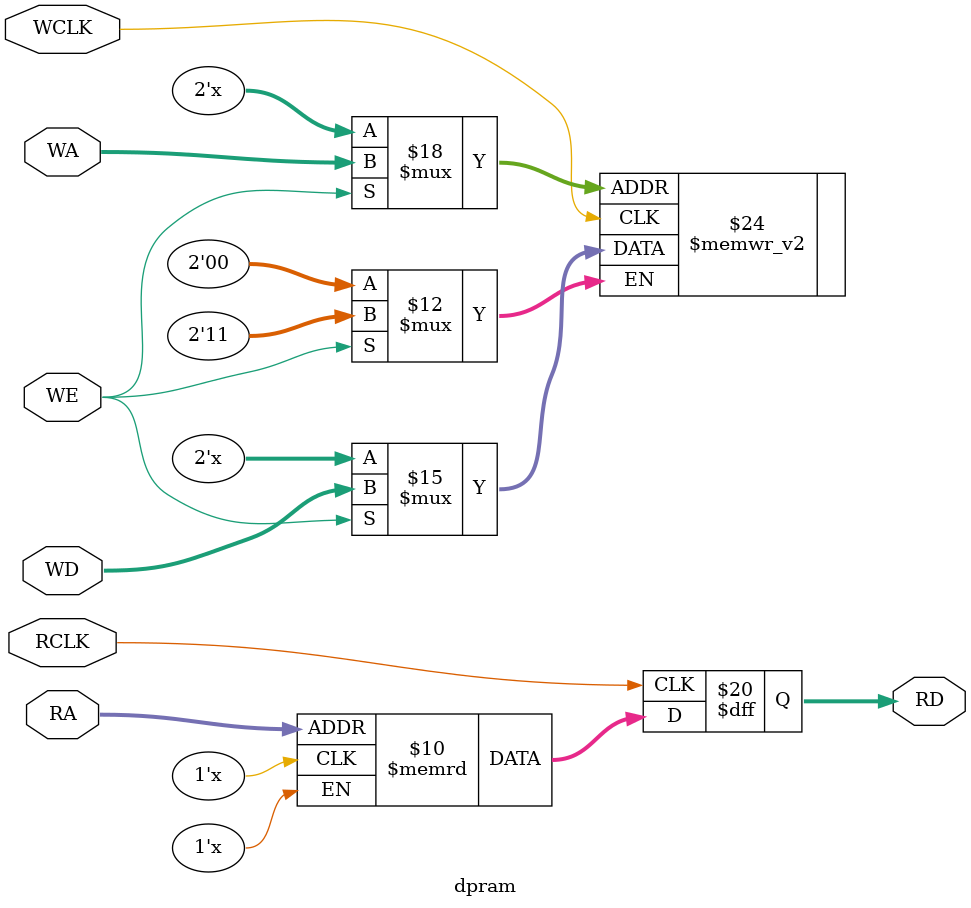
<source format=v>
module RAM(
  WE      ,   // write enable
  WCLK    ,   // write clock
  RCLK    ,   // read clock   
  WA      ,   // write address
  RA      ,   // read address
  WD      ,   // write data
  RD      );  // read data

parameter DATAWL    = 8;
parameter ADDRWL    = 8;
parameter C2Q       = 2;

input                    WE, WCLK, RCLK;
input   [ADDRWL -1:0]    WA, RA; 
input   [DATAWL -1:0]    WD;
output  [DATAWL -1:0]    RD;

dpram U0_dpram(
  .WE      (WE      ),   // write enable
  .WCLK    (WCLK    ),   // write clock
  .RCLK    (RCLK    ),   // read clock   
  .WA      (WA      ),   // write address
  .RA      (RA      ),   // read address
  .WD      (WD      ),   // write data
  .RD      (RD      ));  // read data

defparam U0_dpram.DATAWL    = DATAWL;
defparam U0_dpram.ADDRWL    = ADDRWL;
defparam U0_dpram.C2Q       = C2Q   ;

endmodule
// endmodule top

module dpram(
  WE      ,   // write enable
  WCLK    ,   // write clock
  RCLK    ,   // read clock   
  WA      ,   // write address
  RA      ,   // read address
  WD      ,   // write data
  RD      );  // read data
// external set param
parameter DATAWL    = 0;
parameter ADDRWL    = 0;
parameter C2Q       = 0;
  input                    WE, WCLK, RCLK;
  input   [ADDRWL -1:0]    WA, RA; 
  input   [DATAWL -1:0]    WD;
  output  [DATAWL -1:0]    RD;

  reg[DATAWL-1:0] RD;
  reg[DATAWL-1:0] mem [(1 << ADDRWL)-1:0];

  always @ (posedge WCLK) begin
    if(WE)
      mem[WA] <= #C2Q WD;
  end
  always @ (posedge RCLK) begin
    RD  <= #C2Q mem[RA];
  end
// ######################################  
// synopsys translate_off                  
// ######################################  
// the code below this line will NOT take part into synthesis
// they are only needed by RTL simulation

  // task DumpDpRAM, get the content of RAM[addr]
  task DumpDpRAM; 
  input     [ADDRWL-1  :0] addr    ;
  output    [DATAWL-1 :0]  content ;
  begin
    content = mem[addr];
  end       // task begin
  endtask   // task DumpDpRAM

  // task RAMInit, initialize the RAM content
  task RAMInit;
    integer i;
    reg[DATAWL-1:0] initData;
  begin
    initData = 'hAAAA;
    // initData = (1 << DATAWL) - 1;
    for( i = 0; i < (1 << ADDRWL); i = i + 1)
      mem[i] = initData;
  end
  endtask
  initial begin
    RAMInit();
    $display("module dpram().RAMInit()called @ %0d", $time);
  end
// ###################################### 
// synopsys translate_on                  
// ###################################### 
// the code below this line will take part in synthesis
endmodule   // module dptbram() 

</source>
